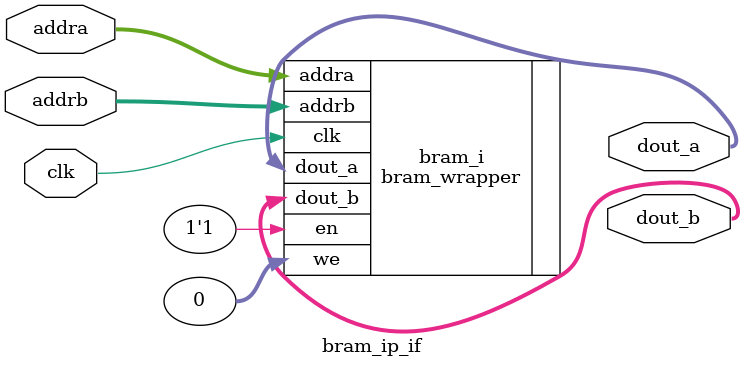
<source format=v>
module bram_ip_if(
    
    input clk, // clock input
    
    input [12:0] addra, // the spike train from the hidden layer
    input [12:0] addrb,   // the spike train from input layer
    
    output [32:0] dout_a,
    output [32:0] dout_b
);


      bram_wrapper bram_i
       (.addra(addra),
        .addrb(addrb),
        .clk(clk),
        .dout_a(dout_a),
        .dout_b(dout_b),
        .en(1'b1),
        .we(0));
        
        
        
endmodule 
</source>
